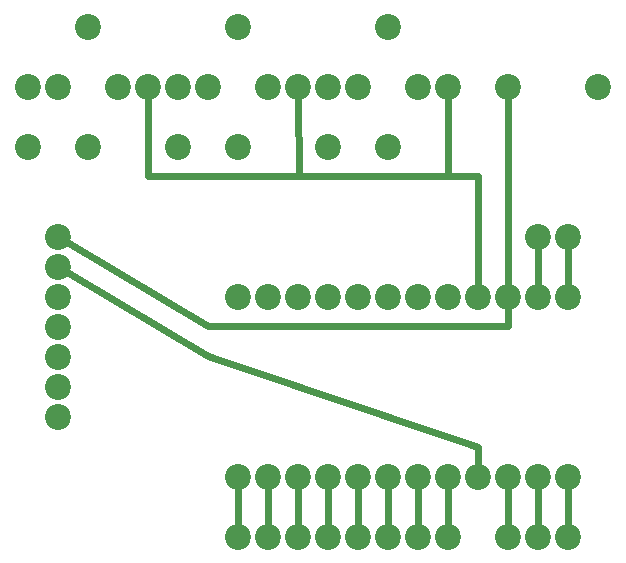
<source format=gtl>
G04 MADE WITH FRITZING*
G04 WWW.FRITZING.ORG*
G04 DOUBLE SIDED*
G04 HOLES PLATED*
G04 CONTOUR ON CENTER OF CONTOUR VECTOR*
%ASAXBY*%
%FSLAX23Y23*%
%MOIN*%
%OFA0B0*%
%SFA1.0B1.0*%
%ADD10C,0.086614*%
%ADD11C,0.024000*%
%LNCOPPER1*%
G90*
G70*
G54D10*
X419Y1410D03*
X919Y1410D03*
X1419Y1410D03*
X1219Y1410D03*
X719Y1410D03*
X219Y1410D03*
X1419Y1810D03*
X1319Y1610D03*
X1219Y1610D03*
X1619Y1610D03*
X1519Y1610D03*
X919Y1810D03*
X819Y1610D03*
X719Y1610D03*
X1119Y1610D03*
X1019Y1610D03*
X419Y1810D03*
X619Y1610D03*
X519Y1610D03*
X319Y1610D03*
X219Y1610D03*
X2019Y910D03*
X1919Y910D03*
X1819Y910D03*
X1719Y910D03*
X1619Y910D03*
X1519Y910D03*
X1419Y910D03*
X1319Y910D03*
X1219Y910D03*
X1119Y910D03*
X1019Y910D03*
X919Y910D03*
X2019Y310D03*
X1919Y310D03*
X1819Y310D03*
X1219Y310D03*
X1119Y310D03*
X919Y310D03*
X1019Y310D03*
X1519Y310D03*
X1419Y310D03*
X1619Y310D03*
X1719Y310D03*
X1319Y310D03*
X2019Y1110D03*
X1919Y1110D03*
X2119Y1610D03*
X1819Y1610D03*
X319Y710D03*
X319Y1110D03*
X319Y1010D03*
X319Y510D03*
X319Y810D03*
X319Y910D03*
X319Y610D03*
X919Y110D03*
X1019Y110D03*
X1119Y110D03*
X1219Y110D03*
X1319Y110D03*
X1419Y110D03*
X1519Y110D03*
X1619Y110D03*
X1819Y110D03*
X1919Y110D03*
X2019Y110D03*
G54D11*
X2019Y945D02*
X2019Y1076D01*
D02*
X1919Y945D02*
X1919Y1076D01*
D02*
X1620Y1311D02*
X1719Y1311D01*
D02*
X1719Y1311D02*
X1719Y945D01*
D02*
X1619Y1576D02*
X1620Y1311D01*
D02*
X1123Y1311D02*
X1120Y1576D01*
D02*
X1620Y1311D02*
X1123Y1311D01*
D02*
X1123Y1311D02*
X619Y1311D01*
D02*
X619Y1311D02*
X619Y1576D01*
D02*
X1819Y945D02*
X1819Y1576D01*
D02*
X1819Y811D02*
X1819Y876D01*
D02*
X818Y811D02*
X1819Y811D01*
D02*
X349Y1093D02*
X818Y811D01*
D02*
X1719Y410D02*
X1719Y345D01*
D02*
X818Y711D02*
X1719Y410D01*
D02*
X349Y993D02*
X818Y711D01*
D02*
X919Y145D02*
X919Y276D01*
D02*
X1019Y145D02*
X1019Y276D01*
D02*
X1119Y145D02*
X1119Y276D01*
D02*
X1219Y145D02*
X1219Y276D01*
D02*
X1319Y145D02*
X1319Y276D01*
D02*
X1419Y145D02*
X1419Y276D01*
D02*
X1519Y145D02*
X1519Y276D01*
D02*
X1619Y145D02*
X1619Y276D01*
D02*
X1819Y145D02*
X1819Y276D01*
D02*
X1919Y145D02*
X1919Y276D01*
D02*
X2019Y145D02*
X2019Y276D01*
G04 End of Copper1*
M02*
</source>
